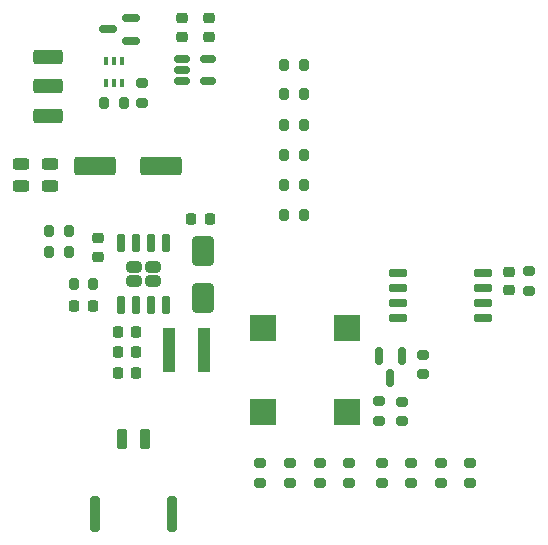
<source format=gtp>
G04 #@! TF.GenerationSoftware,KiCad,Pcbnew,8.0.3*
G04 #@! TF.CreationDate,2024-06-09T12:16:36+02:00*
G04 #@! TF.ProjectId,chip8-pcb,63686970-382d-4706-9362-2e6b69636164,1*
G04 #@! TF.SameCoordinates,Original*
G04 #@! TF.FileFunction,Paste,Top*
G04 #@! TF.FilePolarity,Positive*
%FSLAX46Y46*%
G04 Gerber Fmt 4.6, Leading zero omitted, Abs format (unit mm)*
G04 Created by KiCad (PCBNEW 8.0.3) date 2024-06-09 12:16:36*
%MOMM*%
%LPD*%
G01*
G04 APERTURE LIST*
G04 Aperture macros list*
%AMRoundRect*
0 Rectangle with rounded corners*
0 $1 Rounding radius*
0 $2 $3 $4 $5 $6 $7 $8 $9 X,Y pos of 4 corners*
0 Add a 4 corners polygon primitive as box body*
4,1,4,$2,$3,$4,$5,$6,$7,$8,$9,$2,$3,0*
0 Add four circle primitives for the rounded corners*
1,1,$1+$1,$2,$3*
1,1,$1+$1,$4,$5*
1,1,$1+$1,$6,$7*
1,1,$1+$1,$8,$9*
0 Add four rect primitives between the rounded corners*
20,1,$1+$1,$2,$3,$4,$5,0*
20,1,$1+$1,$4,$5,$6,$7,0*
20,1,$1+$1,$6,$7,$8,$9,0*
20,1,$1+$1,$8,$9,$2,$3,0*%
G04 Aperture macros list end*
%ADD10RoundRect,0.200000X-0.275000X0.200000X-0.275000X-0.200000X0.275000X-0.200000X0.275000X0.200000X0*%
%ADD11RoundRect,0.150000X-0.650000X-0.150000X0.650000X-0.150000X0.650000X0.150000X-0.650000X0.150000X0*%
%ADD12RoundRect,0.150000X-0.512500X-0.150000X0.512500X-0.150000X0.512500X0.150000X-0.512500X0.150000X0*%
%ADD13RoundRect,0.225000X-0.250000X0.225000X-0.250000X-0.225000X0.250000X-0.225000X0.250000X0.225000X0*%
%ADD14RoundRect,0.200000X-0.200000X-0.275000X0.200000X-0.275000X0.200000X0.275000X-0.200000X0.275000X0*%
%ADD15RoundRect,0.225000X0.250000X-0.225000X0.250000X0.225000X-0.250000X0.225000X-0.250000X-0.225000X0*%
%ADD16RoundRect,0.133334X-0.266666X-1.366666X0.266666X-1.366666X0.266666X1.366666X-0.266666X1.366666X0*%
%ADD17RoundRect,0.225000X-0.225000X-0.625000X0.225000X-0.625000X0.225000X0.625000X-0.225000X0.625000X0*%
%ADD18RoundRect,0.225000X-0.225000X-0.250000X0.225000X-0.250000X0.225000X0.250000X-0.225000X0.250000X0*%
%ADD19RoundRect,0.150000X-0.150000X0.650000X-0.150000X-0.650000X0.150000X-0.650000X0.150000X0.650000X0*%
%ADD20RoundRect,0.242500X-0.402500X0.242500X-0.402500X-0.242500X0.402500X-0.242500X0.402500X0.242500X0*%
%ADD21R,1.100000X3.700000*%
%ADD22RoundRect,0.200000X0.275000X-0.200000X0.275000X0.200000X-0.275000X0.200000X-0.275000X-0.200000X0*%
%ADD23RoundRect,0.225000X0.225000X0.250000X-0.225000X0.250000X-0.225000X-0.250000X0.225000X-0.250000X0*%
%ADD24RoundRect,0.200000X0.200000X0.275000X-0.200000X0.275000X-0.200000X-0.275000X0.200000X-0.275000X0*%
%ADD25RoundRect,0.243750X0.456250X-0.243750X0.456250X0.243750X-0.456250X0.243750X-0.456250X-0.243750X0*%
%ADD26RoundRect,0.100000X0.100000X-0.225000X0.100000X0.225000X-0.100000X0.225000X-0.100000X-0.225000X0*%
%ADD27RoundRect,0.150000X0.587500X0.150000X-0.587500X0.150000X-0.587500X-0.150000X0.587500X-0.150000X0*%
%ADD28RoundRect,0.150000X-0.150000X0.587500X-0.150000X-0.587500X0.150000X-0.587500X0.150000X0.587500X0*%
%ADD29RoundRect,0.250000X1.500000X0.550000X-1.500000X0.550000X-1.500000X-0.550000X1.500000X-0.550000X0*%
%ADD30RoundRect,0.218750X0.256250X-0.218750X0.256250X0.218750X-0.256250X0.218750X-0.256250X-0.218750X0*%
%ADD31R,2.300000X2.300000*%
%ADD32RoundRect,0.250000X-1.000000X0.375000X-1.000000X-0.375000X1.000000X-0.375000X1.000000X0.375000X0*%
%ADD33RoundRect,0.250000X-0.650000X1.000000X-0.650000X-1.000000X0.650000X-1.000000X0.650000X1.000000X0*%
G04 APERTURE END LIST*
D10*
X91834406Y-115075000D03*
X91834406Y-113425000D03*
D11*
X110684406Y-97345000D03*
X110684406Y-98615000D03*
X110684406Y-99885000D03*
X110684406Y-101155000D03*
X103484406Y-101155000D03*
X103484406Y-99885000D03*
X103484406Y-98615000D03*
X103484406Y-97345000D03*
D12*
X87421906Y-79175000D03*
X87421906Y-81075000D03*
X85146906Y-81075000D03*
X85146906Y-80125000D03*
X85146906Y-79175000D03*
D13*
X112834406Y-98775000D03*
X112834406Y-97225000D03*
D14*
X95509406Y-82200000D03*
X93859406Y-82200000D03*
D15*
X87484406Y-75750000D03*
X87484406Y-77300000D03*
D16*
X84334406Y-117750000D03*
X77834406Y-117750000D03*
D17*
X82084406Y-111400000D03*
X80084406Y-111400000D03*
D10*
X96834406Y-115075000D03*
X96834406Y-113425000D03*
X103834406Y-109850000D03*
X103834406Y-108200000D03*
D15*
X85184406Y-75750000D03*
X85184406Y-77300000D03*
D10*
X99334406Y-115075000D03*
X99334406Y-113425000D03*
D18*
X87534406Y-92750000D03*
X85984406Y-92750000D03*
D19*
X83859406Y-100050000D03*
X82589406Y-100050000D03*
X81319406Y-100050000D03*
X80049406Y-100050000D03*
X80049406Y-94750000D03*
X81319406Y-94750000D03*
X82589406Y-94750000D03*
X83859406Y-94750000D03*
D20*
X81154406Y-98000000D03*
X82754406Y-98000000D03*
X81154406Y-96800000D03*
X82754406Y-96800000D03*
D21*
X84059406Y-103850000D03*
X87059406Y-103850000D03*
D22*
X114584406Y-97175000D03*
X114584406Y-98825000D03*
X105609406Y-104262500D03*
X105609406Y-105912500D03*
D14*
X95509406Y-87300000D03*
X93859406Y-87300000D03*
D23*
X79784406Y-104050000D03*
X81334406Y-104050000D03*
D10*
X94334406Y-115075000D03*
X94334406Y-113425000D03*
D22*
X101834406Y-108175000D03*
X101834406Y-109825000D03*
D14*
X95509406Y-79700000D03*
X93859406Y-79700000D03*
D24*
X73934406Y-93750000D03*
X75584406Y-93750000D03*
D25*
X71584406Y-88062500D03*
X71584406Y-89937500D03*
D23*
X79784406Y-105750000D03*
X81334406Y-105750000D03*
D26*
X78784406Y-79350000D03*
X79434406Y-79350000D03*
X80084406Y-79350000D03*
X80084406Y-81250000D03*
X79434406Y-81250000D03*
X78784406Y-81250000D03*
D10*
X81834406Y-82925000D03*
X81834406Y-81275000D03*
D27*
X78959406Y-76700000D03*
X80834406Y-75750000D03*
X80834406Y-77650000D03*
D23*
X79784406Y-102350000D03*
X81334406Y-102350000D03*
D14*
X95509406Y-84800000D03*
X93859406Y-84800000D03*
D28*
X102834406Y-106237500D03*
X101884406Y-104362500D03*
X103784406Y-104362500D03*
D29*
X77784406Y-88250000D03*
X83384406Y-88250000D03*
D10*
X107084406Y-115075000D03*
X107084406Y-113425000D03*
D25*
X73984406Y-88062500D03*
X73984406Y-89937500D03*
D30*
X78059406Y-94362500D03*
X78059406Y-95937500D03*
D10*
X104584406Y-115075000D03*
X104584406Y-113425000D03*
D14*
X80259406Y-82900000D03*
X78609406Y-82900000D03*
D10*
X102084406Y-115075000D03*
X102084406Y-113425000D03*
D23*
X76084406Y-100150000D03*
X77634406Y-100150000D03*
D31*
X92034406Y-109050000D03*
X92034406Y-101950000D03*
X99134406Y-101950000D03*
X99134406Y-109050000D03*
D24*
X76034406Y-98250000D03*
X77684406Y-98250000D03*
D32*
X73834406Y-84000000D03*
X73834406Y-81500000D03*
X73834406Y-79000000D03*
D10*
X109584406Y-115075000D03*
X109584406Y-113425000D03*
D14*
X75584406Y-95550000D03*
X73934406Y-95550000D03*
X95509406Y-89900000D03*
X93859406Y-89900000D03*
D33*
X86959406Y-99450000D03*
X86959406Y-95450000D03*
D14*
X95509406Y-92400000D03*
X93859406Y-92400000D03*
M02*

</source>
